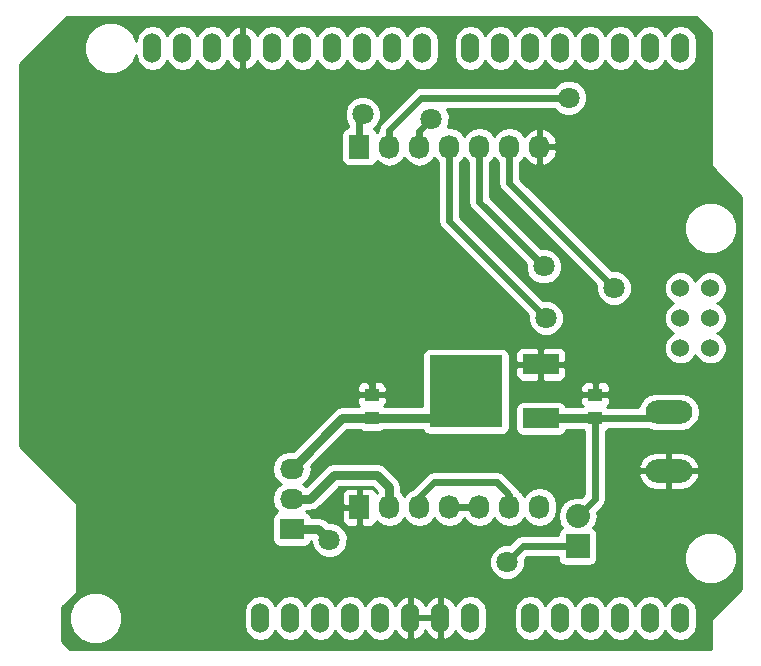
<source format=gbl>
G04 #@! TF.FileFunction,Copper,L2,Bot,Signal*
%FSLAX46Y46*%
G04 Gerber Fmt 4.6, Leading zero omitted, Abs format (unit mm)*
G04 Created by KiCad (PCBNEW 4.0.1-2.201512121406+6195~38~ubuntu15.10.1-stable) date lun 14 dic 2015 21:42:08 CLT*
%MOMM*%
G01*
G04 APERTURE LIST*
%ADD10C,0.150000*%
%ADD11O,3.962400X1.981200*%
%ADD12R,1.250000X1.000000*%
%ADD13O,1.524000X2.540000*%
%ADD14C,1.524000*%
%ADD15R,1.727200X2.032000*%
%ADD16O,1.727200X2.032000*%
%ADD17R,2.032000X1.727200*%
%ADD18O,2.032000X1.727200*%
%ADD19R,3.048000X1.651000*%
%ADD20R,6.096000X6.096000*%
%ADD21R,2.032000X2.032000*%
%ADD22O,2.032000X2.032000*%
%ADD23C,1.800000*%
%ADD24C,0.600000*%
%ADD25C,0.750000*%
%ADD26C,0.254000*%
G04 APERTURE END LIST*
D10*
D11*
X272800000Y-133000000D03*
X272800000Y-128000000D03*
D12*
X266585700Y-128546100D03*
X266585700Y-126546100D03*
X247662700Y-128546100D03*
X247662700Y-126546100D03*
D13*
X273799300Y-145440400D03*
X271259300Y-145440400D03*
X268719300Y-145440400D03*
X261099300Y-145440400D03*
X263639300Y-145440400D03*
X266179300Y-145440400D03*
X256019300Y-145440400D03*
X253479300Y-145440400D03*
X250939300Y-145440400D03*
X245859300Y-145440400D03*
X243319300Y-145440400D03*
X273799300Y-97180400D03*
X271259300Y-97180400D03*
X268719300Y-97180400D03*
X266179300Y-97180400D03*
X263639300Y-97180400D03*
X261099300Y-97180400D03*
X258559300Y-97180400D03*
X256019300Y-97180400D03*
X251955300Y-97180400D03*
X249415300Y-97180400D03*
X246875300Y-97180400D03*
X244335300Y-97180400D03*
X241795300Y-97180400D03*
X239255300Y-97180400D03*
X236715300Y-97180400D03*
X234175300Y-97180400D03*
X248399300Y-145440400D03*
X231635300Y-97180400D03*
X229095300Y-97180400D03*
X240779300Y-145440400D03*
X238239300Y-145440400D03*
D14*
X273799300Y-117500400D03*
X276339300Y-117500400D03*
X273799300Y-120040400D03*
X276339300Y-120040400D03*
X273799300Y-122580400D03*
X276339300Y-122580400D03*
D15*
X246618500Y-136055000D03*
D16*
X249158500Y-136055000D03*
X251698500Y-136055000D03*
X254238500Y-136055000D03*
X256778500Y-136055000D03*
X259318500Y-136055000D03*
X261858500Y-136055000D03*
D15*
X246618500Y-105555000D03*
D16*
X249158500Y-105555000D03*
X251698500Y-105555000D03*
X254238500Y-105555000D03*
X256778500Y-105555000D03*
X259318500Y-105555000D03*
X261858500Y-105555000D03*
D17*
X240906300Y-137900000D03*
D18*
X240906300Y-135360000D03*
X240906300Y-132820000D03*
D19*
X261988300Y-123977400D03*
D20*
X255638300Y-126263400D03*
D19*
X261988300Y-128549400D03*
D21*
X265099800Y-139369800D03*
D22*
X265099800Y-136829800D03*
D23*
X264350500Y-101396800D03*
X252717300Y-103200200D03*
X239496600Y-117462300D03*
X268185900Y-117500400D03*
X262420100Y-120040400D03*
X262242300Y-115671600D03*
X246900700Y-102793800D03*
X244081300Y-138836400D03*
X259118100Y-140703300D03*
D24*
X249158500Y-105555000D02*
X249158500Y-104117400D01*
X251879100Y-101396800D02*
X264350500Y-101396800D01*
X249158500Y-104117400D02*
X251879100Y-101396800D01*
X251698500Y-105555000D02*
X251698500Y-104219000D01*
X251698500Y-104219000D02*
X252717300Y-103200200D01*
X247662700Y-126546100D02*
X247662700Y-125628400D01*
X247662700Y-125628400D02*
X239496600Y-117462300D01*
X259318500Y-105555000D02*
X259318500Y-108633000D01*
X259318500Y-108633000D02*
X268185900Y-117500400D01*
X254238500Y-105555000D02*
X254238500Y-111858800D01*
X254238500Y-111858800D02*
X262420100Y-120040400D01*
X256778500Y-105555000D02*
X256778500Y-110207800D01*
X256778500Y-110207800D02*
X262242300Y-115671600D01*
D25*
X247662700Y-128546100D02*
X245180200Y-128546100D01*
X245180200Y-128546100D02*
X240906300Y-132820000D01*
X247662700Y-128546100D02*
X253355600Y-128546100D01*
X253355600Y-128546100D02*
X255638300Y-126263400D01*
X253166900Y-128546100D02*
X255335300Y-126377700D01*
X247653300Y-128536700D02*
X247662700Y-128546100D01*
X247570500Y-128536700D02*
X247573800Y-128540000D01*
X253173000Y-128540000D02*
X255335300Y-126377700D01*
D24*
X254238500Y-136055000D02*
X256778500Y-136055000D01*
X251698500Y-136055000D02*
X251698500Y-135219700D01*
X251698500Y-135219700D02*
X252971300Y-133946900D01*
X252971300Y-133946900D02*
X258241800Y-133946900D01*
X258241800Y-133946900D02*
X259318500Y-135023600D01*
X259318500Y-135023600D02*
X259318500Y-136055000D01*
D25*
X240906300Y-135360000D02*
X242477700Y-135360000D01*
X249158500Y-134388600D02*
X249158500Y-136055000D01*
X248145300Y-133375400D02*
X249158500Y-134388600D01*
X244462300Y-133375400D02*
X248145300Y-133375400D01*
X242477700Y-135360000D02*
X244462300Y-133375400D01*
D24*
X246618500Y-105555000D02*
X246618500Y-103076000D01*
X246618500Y-103076000D02*
X246900700Y-102793800D01*
D25*
X240906300Y-137900000D02*
X243144900Y-137900000D01*
X243144900Y-137900000D02*
X244081300Y-138836400D01*
D24*
X265099800Y-139369800D02*
X260451600Y-139369800D01*
X260451600Y-139369800D02*
X259118100Y-140703300D01*
X266585700Y-128546100D02*
X272253900Y-128546100D01*
X272253900Y-128546100D02*
X272800000Y-128000000D01*
X266585700Y-128546100D02*
X266585700Y-135343900D01*
X266585700Y-135343900D02*
X265099800Y-136829800D01*
X272173700Y-128546100D02*
X272719800Y-128000000D01*
D25*
X266585700Y-128546100D02*
X261991600Y-128546100D01*
X272719800Y-128540500D02*
X271954000Y-128540500D01*
X272714200Y-128546100D02*
X272719800Y-128540500D01*
X266568000Y-128557700D02*
X266585200Y-128540500D01*
X261991600Y-128546100D02*
X261988300Y-128549400D01*
X261981900Y-128546100D02*
X261970300Y-128557700D01*
D26*
G36*
X276402800Y-95836006D02*
X276402800Y-107213400D01*
X276412806Y-107262810D01*
X276439997Y-107303203D01*
X278942800Y-109806006D01*
X278942800Y-142974794D01*
X276439997Y-145477597D01*
X276412134Y-145519611D01*
X276402800Y-145567400D01*
X276402800Y-148043900D01*
X222162906Y-148043900D01*
X221475300Y-147356294D01*
X221475300Y-145880543D01*
X222046415Y-145880543D01*
X222384058Y-146697700D01*
X223008711Y-147323445D01*
X223825278Y-147662513D01*
X224709443Y-147663285D01*
X225526600Y-147325642D01*
X226152345Y-146700989D01*
X226491413Y-145884422D01*
X226492185Y-145000257D01*
X226448727Y-144895079D01*
X236842300Y-144895079D01*
X236842300Y-145985721D01*
X236948640Y-146520330D01*
X237251472Y-146973549D01*
X237704691Y-147276381D01*
X238239300Y-147382721D01*
X238773909Y-147276381D01*
X239227128Y-146973549D01*
X239509300Y-146551250D01*
X239791472Y-146973549D01*
X240244691Y-147276381D01*
X240779300Y-147382721D01*
X241313909Y-147276381D01*
X241767128Y-146973549D01*
X242049300Y-146551250D01*
X242331472Y-146973549D01*
X242784691Y-147276381D01*
X243319300Y-147382721D01*
X243853909Y-147276381D01*
X244307128Y-146973549D01*
X244589300Y-146551250D01*
X244871472Y-146973549D01*
X245324691Y-147276381D01*
X245859300Y-147382721D01*
X246393909Y-147276381D01*
X246847128Y-146973549D01*
X247129300Y-146551250D01*
X247411472Y-146973549D01*
X247864691Y-147276381D01*
X248399300Y-147382721D01*
X248933909Y-147276381D01*
X249387128Y-146973549D01*
X249678630Y-146537287D01*
X249697241Y-146600341D01*
X250041274Y-147026030D01*
X250522023Y-147287660D01*
X250596230Y-147302620D01*
X250812300Y-147180120D01*
X250812300Y-145567400D01*
X251066300Y-145567400D01*
X251066300Y-147180120D01*
X251282370Y-147302620D01*
X251356577Y-147287660D01*
X251837326Y-147026030D01*
X252181359Y-146600341D01*
X252209300Y-146505677D01*
X252237241Y-146600341D01*
X252581274Y-147026030D01*
X253062023Y-147287660D01*
X253136230Y-147302620D01*
X253352300Y-147180120D01*
X253352300Y-145567400D01*
X251066300Y-145567400D01*
X250812300Y-145567400D01*
X250792300Y-145567400D01*
X250792300Y-145313400D01*
X250812300Y-145313400D01*
X250812300Y-143700680D01*
X251066300Y-143700680D01*
X251066300Y-145313400D01*
X253352300Y-145313400D01*
X253352300Y-143700680D01*
X253606300Y-143700680D01*
X253606300Y-145313400D01*
X253626300Y-145313400D01*
X253626300Y-145567400D01*
X253606300Y-145567400D01*
X253606300Y-147180120D01*
X253822370Y-147302620D01*
X253896577Y-147287660D01*
X254377326Y-147026030D01*
X254721359Y-146600341D01*
X254739970Y-146537287D01*
X255031472Y-146973549D01*
X255484691Y-147276381D01*
X256019300Y-147382721D01*
X256553909Y-147276381D01*
X257007128Y-146973549D01*
X257309960Y-146520330D01*
X257416300Y-145985721D01*
X257416300Y-144895079D01*
X259702300Y-144895079D01*
X259702300Y-145985721D01*
X259808640Y-146520330D01*
X260111472Y-146973549D01*
X260564691Y-147276381D01*
X261099300Y-147382721D01*
X261633909Y-147276381D01*
X262087128Y-146973549D01*
X262369300Y-146551250D01*
X262651472Y-146973549D01*
X263104691Y-147276381D01*
X263639300Y-147382721D01*
X264173909Y-147276381D01*
X264627128Y-146973549D01*
X264909300Y-146551250D01*
X265191472Y-146973549D01*
X265644691Y-147276381D01*
X266179300Y-147382721D01*
X266713909Y-147276381D01*
X267167128Y-146973549D01*
X267449300Y-146551250D01*
X267731472Y-146973549D01*
X268184691Y-147276381D01*
X268719300Y-147382721D01*
X269253909Y-147276381D01*
X269707128Y-146973549D01*
X269989300Y-146551250D01*
X270271472Y-146973549D01*
X270724691Y-147276381D01*
X271259300Y-147382721D01*
X271793909Y-147276381D01*
X272247128Y-146973549D01*
X272529300Y-146551250D01*
X272811472Y-146973549D01*
X273264691Y-147276381D01*
X273799300Y-147382721D01*
X274333909Y-147276381D01*
X274787128Y-146973549D01*
X275089960Y-146520330D01*
X275196300Y-145985721D01*
X275196300Y-144895079D01*
X275089960Y-144360470D01*
X274787128Y-143907251D01*
X274333909Y-143604419D01*
X273799300Y-143498079D01*
X273264691Y-143604419D01*
X272811472Y-143907251D01*
X272529300Y-144329550D01*
X272247128Y-143907251D01*
X271793909Y-143604419D01*
X271259300Y-143498079D01*
X270724691Y-143604419D01*
X270271472Y-143907251D01*
X269989300Y-144329550D01*
X269707128Y-143907251D01*
X269253909Y-143604419D01*
X268719300Y-143498079D01*
X268184691Y-143604419D01*
X267731472Y-143907251D01*
X267449300Y-144329550D01*
X267167128Y-143907251D01*
X266713909Y-143604419D01*
X266179300Y-143498079D01*
X265644691Y-143604419D01*
X265191472Y-143907251D01*
X264909300Y-144329550D01*
X264627128Y-143907251D01*
X264173909Y-143604419D01*
X263639300Y-143498079D01*
X263104691Y-143604419D01*
X262651472Y-143907251D01*
X262369300Y-144329550D01*
X262087128Y-143907251D01*
X261633909Y-143604419D01*
X261099300Y-143498079D01*
X260564691Y-143604419D01*
X260111472Y-143907251D01*
X259808640Y-144360470D01*
X259702300Y-144895079D01*
X257416300Y-144895079D01*
X257309960Y-144360470D01*
X257007128Y-143907251D01*
X256553909Y-143604419D01*
X256019300Y-143498079D01*
X255484691Y-143604419D01*
X255031472Y-143907251D01*
X254739970Y-144343513D01*
X254721359Y-144280459D01*
X254377326Y-143854770D01*
X253896577Y-143593140D01*
X253822370Y-143578180D01*
X253606300Y-143700680D01*
X253352300Y-143700680D01*
X253136230Y-143578180D01*
X253062023Y-143593140D01*
X252581274Y-143854770D01*
X252237241Y-144280459D01*
X252209300Y-144375123D01*
X252181359Y-144280459D01*
X251837326Y-143854770D01*
X251356577Y-143593140D01*
X251282370Y-143578180D01*
X251066300Y-143700680D01*
X250812300Y-143700680D01*
X250596230Y-143578180D01*
X250522023Y-143593140D01*
X250041274Y-143854770D01*
X249697241Y-144280459D01*
X249678630Y-144343513D01*
X249387128Y-143907251D01*
X248933909Y-143604419D01*
X248399300Y-143498079D01*
X247864691Y-143604419D01*
X247411472Y-143907251D01*
X247129300Y-144329550D01*
X246847128Y-143907251D01*
X246393909Y-143604419D01*
X245859300Y-143498079D01*
X245324691Y-143604419D01*
X244871472Y-143907251D01*
X244589300Y-144329550D01*
X244307128Y-143907251D01*
X243853909Y-143604419D01*
X243319300Y-143498079D01*
X242784691Y-143604419D01*
X242331472Y-143907251D01*
X242049300Y-144329550D01*
X241767128Y-143907251D01*
X241313909Y-143604419D01*
X240779300Y-143498079D01*
X240244691Y-143604419D01*
X239791472Y-143907251D01*
X239509300Y-144329550D01*
X239227128Y-143907251D01*
X238773909Y-143604419D01*
X238239300Y-143498079D01*
X237704691Y-143604419D01*
X237251472Y-143907251D01*
X236948640Y-144360470D01*
X236842300Y-144895079D01*
X226448727Y-144895079D01*
X226154542Y-144183100D01*
X225529889Y-143557355D01*
X224713322Y-143218287D01*
X223829157Y-143217515D01*
X223012000Y-143555158D01*
X222386255Y-144179811D01*
X222047187Y-144996378D01*
X222046415Y-145880543D01*
X221475300Y-145880543D01*
X221475300Y-144540506D01*
X222708103Y-143307703D01*
X222735966Y-143265689D01*
X222745300Y-143217900D01*
X222745300Y-141007291D01*
X257582835Y-141007291D01*
X257816032Y-141571671D01*
X258247457Y-142003851D01*
X258811430Y-142238033D01*
X259422091Y-142238565D01*
X259986471Y-142005368D01*
X260418651Y-141573943D01*
X260652833Y-141009970D01*
X260653286Y-140490404D01*
X260838890Y-140304800D01*
X263436360Y-140304800D01*
X263436360Y-140385800D01*
X263480638Y-140621117D01*
X263619710Y-140837241D01*
X263831910Y-140982231D01*
X264083800Y-141033240D01*
X266115800Y-141033240D01*
X266351117Y-140988962D01*
X266567241Y-140849890D01*
X266600958Y-140800543D01*
X274116415Y-140800543D01*
X274454058Y-141617700D01*
X275078711Y-142243445D01*
X275895278Y-142582513D01*
X276779443Y-142583285D01*
X277596600Y-142245642D01*
X278222345Y-141620989D01*
X278561413Y-140804422D01*
X278562185Y-139920257D01*
X278224542Y-139103100D01*
X277599889Y-138477355D01*
X276783322Y-138138287D01*
X275899157Y-138137515D01*
X275082000Y-138475158D01*
X274456255Y-139099811D01*
X274117187Y-139916378D01*
X274116415Y-140800543D01*
X266600958Y-140800543D01*
X266712231Y-140637690D01*
X266763240Y-140385800D01*
X266763240Y-138353800D01*
X266718962Y-138118483D01*
X266579890Y-137902359D01*
X266430963Y-137800602D01*
X266657470Y-137461610D01*
X266783145Y-136829800D01*
X266723242Y-136528648D01*
X267246845Y-136005045D01*
X267449527Y-135701709D01*
X267520700Y-135343900D01*
X267520700Y-133378959D01*
X270228589Y-133378959D01*
X270258940Y-133504757D01*
X270570124Y-134059670D01*
X271069977Y-134453258D01*
X271682400Y-134625600D01*
X272673000Y-134625600D01*
X272673000Y-133127000D01*
X272927000Y-133127000D01*
X272927000Y-134625600D01*
X273917600Y-134625600D01*
X274530023Y-134453258D01*
X275029876Y-134059670D01*
X275341060Y-133504757D01*
X275371411Y-133378959D01*
X275251942Y-133127000D01*
X272927000Y-133127000D01*
X272673000Y-133127000D01*
X270348058Y-133127000D01*
X270228589Y-133378959D01*
X267520700Y-133378959D01*
X267520700Y-132621041D01*
X270228589Y-132621041D01*
X270348058Y-132873000D01*
X272673000Y-132873000D01*
X272673000Y-131374400D01*
X272927000Y-131374400D01*
X272927000Y-132873000D01*
X275251942Y-132873000D01*
X275371411Y-132621041D01*
X275341060Y-132495243D01*
X275029876Y-131940330D01*
X274530023Y-131546742D01*
X273917600Y-131374400D01*
X272927000Y-131374400D01*
X272673000Y-131374400D01*
X271682400Y-131374400D01*
X271069977Y-131546742D01*
X270570124Y-131940330D01*
X270258940Y-132495243D01*
X270228589Y-132621041D01*
X267520700Y-132621041D01*
X267520700Y-129601205D01*
X267662141Y-129510190D01*
X267682017Y-129481100D01*
X271104988Y-129481100D01*
X271136056Y-129501859D01*
X271758146Y-129625600D01*
X273841854Y-129625600D01*
X274463944Y-129501859D01*
X274991327Y-129149473D01*
X275343713Y-128622090D01*
X275467454Y-128000000D01*
X275343713Y-127377910D01*
X274991327Y-126850527D01*
X274463944Y-126498141D01*
X273841854Y-126374400D01*
X271758146Y-126374400D01*
X271136056Y-126498141D01*
X270608673Y-126850527D01*
X270256287Y-127377910D01*
X270209903Y-127611100D01*
X267685369Y-127611100D01*
X267674790Y-127594659D01*
X267606694Y-127548131D01*
X267749027Y-127405798D01*
X267845700Y-127172409D01*
X267845700Y-126831850D01*
X267686950Y-126673100D01*
X266712700Y-126673100D01*
X266712700Y-126693100D01*
X266458700Y-126693100D01*
X266458700Y-126673100D01*
X265484450Y-126673100D01*
X265325700Y-126831850D01*
X265325700Y-127172409D01*
X265422373Y-127405798D01*
X265552674Y-127536100D01*
X264124403Y-127536100D01*
X264115462Y-127488583D01*
X263976390Y-127272459D01*
X263764190Y-127127469D01*
X263512300Y-127076460D01*
X260464300Y-127076460D01*
X260228983Y-127120738D01*
X260012859Y-127259810D01*
X259867869Y-127472010D01*
X259816860Y-127723900D01*
X259816860Y-129374900D01*
X259861138Y-129610217D01*
X260000210Y-129826341D01*
X260212410Y-129971331D01*
X260464300Y-130022340D01*
X263512300Y-130022340D01*
X263747617Y-129978062D01*
X263963741Y-129838990D01*
X264108731Y-129626790D01*
X264123046Y-129556100D01*
X265582314Y-129556100D01*
X265650700Y-129602826D01*
X265650700Y-134956610D01*
X265379340Y-135227970D01*
X265132145Y-135178800D01*
X265067455Y-135178800D01*
X264435645Y-135304475D01*
X263900022Y-135662367D01*
X263542130Y-136197990D01*
X263416455Y-136829800D01*
X263542130Y-137461610D01*
X263769299Y-137801592D01*
X263632359Y-137889710D01*
X263487369Y-138101910D01*
X263436360Y-138353800D01*
X263436360Y-138434800D01*
X260451600Y-138434800D01*
X260093791Y-138505973D01*
X259790455Y-138708655D01*
X259330625Y-139168485D01*
X258814109Y-139168035D01*
X258249729Y-139401232D01*
X257817549Y-139832657D01*
X257583367Y-140396630D01*
X257582835Y-141007291D01*
X222745300Y-141007291D01*
X222745300Y-135788400D01*
X222735294Y-135738990D01*
X222708103Y-135698597D01*
X219829506Y-132820000D01*
X239222955Y-132820000D01*
X239337029Y-133393489D01*
X239661885Y-133879670D01*
X239976666Y-134090000D01*
X239661885Y-134300330D01*
X239337029Y-134786511D01*
X239222955Y-135360000D01*
X239337029Y-135933489D01*
X239661885Y-136419670D01*
X239676213Y-136429243D01*
X239654983Y-136433238D01*
X239438859Y-136572310D01*
X239293869Y-136784510D01*
X239242860Y-137036400D01*
X239242860Y-138763600D01*
X239287138Y-138998917D01*
X239426210Y-139215041D01*
X239638410Y-139360031D01*
X239890300Y-139411040D01*
X241922300Y-139411040D01*
X242157617Y-139366762D01*
X242373741Y-139227690D01*
X242518731Y-139015490D01*
X242540093Y-138910000D01*
X242546236Y-138910000D01*
X242546035Y-139140391D01*
X242779232Y-139704771D01*
X243210657Y-140136951D01*
X243774630Y-140371133D01*
X244385291Y-140371665D01*
X244949671Y-140138468D01*
X245381851Y-139707043D01*
X245616033Y-139143070D01*
X245616565Y-138532409D01*
X245383368Y-137968029D01*
X244951943Y-137535849D01*
X244387970Y-137301667D01*
X243974563Y-137301307D01*
X243859078Y-137185822D01*
X243531410Y-136966882D01*
X243144900Y-136890000D01*
X242542193Y-136890000D01*
X242525462Y-136801083D01*
X242386390Y-136584959D01*
X242174190Y-136439969D01*
X242132861Y-136431600D01*
X242150715Y-136419670D01*
X242183903Y-136370000D01*
X242477700Y-136370000D01*
X242624748Y-136340750D01*
X245119900Y-136340750D01*
X245119900Y-137197309D01*
X245216573Y-137430698D01*
X245395201Y-137609327D01*
X245628590Y-137706000D01*
X246332750Y-137706000D01*
X246491500Y-137547250D01*
X246491500Y-136182000D01*
X245278650Y-136182000D01*
X245119900Y-136340750D01*
X242624748Y-136340750D01*
X242864210Y-136293118D01*
X243191878Y-136074178D01*
X244353365Y-134912691D01*
X245119900Y-134912691D01*
X245119900Y-135769250D01*
X245278650Y-135928000D01*
X246491500Y-135928000D01*
X246491500Y-134562750D01*
X246332750Y-134404000D01*
X245628590Y-134404000D01*
X245395201Y-134500673D01*
X245216573Y-134679302D01*
X245119900Y-134912691D01*
X244353365Y-134912691D01*
X244880656Y-134385400D01*
X247726944Y-134385400D01*
X248130780Y-134789236D01*
X248098830Y-134810585D01*
X248084000Y-134832780D01*
X248020427Y-134679302D01*
X247841799Y-134500673D01*
X247608410Y-134404000D01*
X246904250Y-134404000D01*
X246745500Y-134562750D01*
X246745500Y-135928000D01*
X246765500Y-135928000D01*
X246765500Y-136182000D01*
X246745500Y-136182000D01*
X246745500Y-137547250D01*
X246904250Y-137706000D01*
X247608410Y-137706000D01*
X247841799Y-137609327D01*
X248020427Y-137430698D01*
X248084000Y-137277220D01*
X248098830Y-137299415D01*
X248585011Y-137624271D01*
X249158500Y-137738345D01*
X249731989Y-137624271D01*
X250218170Y-137299415D01*
X250428500Y-136984634D01*
X250638830Y-137299415D01*
X251125011Y-137624271D01*
X251698500Y-137738345D01*
X252271989Y-137624271D01*
X252758170Y-137299415D01*
X252968500Y-136984634D01*
X253178830Y-137299415D01*
X253665011Y-137624271D01*
X254238500Y-137738345D01*
X254811989Y-137624271D01*
X255298170Y-137299415D01*
X255504915Y-136990000D01*
X255512085Y-136990000D01*
X255718830Y-137299415D01*
X256205011Y-137624271D01*
X256778500Y-137738345D01*
X257351989Y-137624271D01*
X257838170Y-137299415D01*
X258048500Y-136984634D01*
X258258830Y-137299415D01*
X258745011Y-137624271D01*
X259318500Y-137738345D01*
X259891989Y-137624271D01*
X260378170Y-137299415D01*
X260588500Y-136984634D01*
X260798830Y-137299415D01*
X261285011Y-137624271D01*
X261858500Y-137738345D01*
X262431989Y-137624271D01*
X262918170Y-137299415D01*
X263243026Y-136813234D01*
X263357100Y-136239745D01*
X263357100Y-135870255D01*
X263243026Y-135296766D01*
X262918170Y-134810585D01*
X262431989Y-134485729D01*
X261858500Y-134371655D01*
X261285011Y-134485729D01*
X260798830Y-134810585D01*
X260588500Y-135125366D01*
X260378170Y-134810585D01*
X260185524Y-134681863D01*
X260182327Y-134665791D01*
X259979645Y-134362455D01*
X258902945Y-133285755D01*
X258599609Y-133083073D01*
X258241800Y-133011900D01*
X252971300Y-133011900D01*
X252613491Y-133083073D01*
X252310155Y-133285755D01*
X251080318Y-134515592D01*
X250638830Y-134810585D01*
X250428500Y-135125366D01*
X250218170Y-134810585D01*
X250168500Y-134777397D01*
X250168500Y-134388600D01*
X250091618Y-134002090D01*
X249872678Y-133674422D01*
X248859478Y-132661222D01*
X248531810Y-132442282D01*
X248145300Y-132365400D01*
X244462300Y-132365400D01*
X244075790Y-132442282D01*
X243748122Y-132661222D01*
X242125717Y-134283627D01*
X241835934Y-134090000D01*
X242150715Y-133879670D01*
X242475571Y-133393489D01*
X242589645Y-132820000D01*
X242547340Y-132607316D01*
X245598556Y-129556100D01*
X246659314Y-129556100D01*
X246785810Y-129642531D01*
X247037700Y-129693540D01*
X248287700Y-129693540D01*
X248523017Y-129649262D01*
X248667795Y-129556100D01*
X251993176Y-129556100D01*
X252126210Y-129762841D01*
X252338410Y-129907831D01*
X252590300Y-129958840D01*
X258686300Y-129958840D01*
X258921617Y-129914562D01*
X259137741Y-129775490D01*
X259282731Y-129563290D01*
X259333740Y-129311400D01*
X259333740Y-125919791D01*
X265325700Y-125919791D01*
X265325700Y-126260350D01*
X265484450Y-126419100D01*
X266458700Y-126419100D01*
X266458700Y-125569850D01*
X266712700Y-125569850D01*
X266712700Y-126419100D01*
X267686950Y-126419100D01*
X267845700Y-126260350D01*
X267845700Y-125919791D01*
X267749027Y-125686402D01*
X267570399Y-125507773D01*
X267337010Y-125411100D01*
X266871450Y-125411100D01*
X266712700Y-125569850D01*
X266458700Y-125569850D01*
X266299950Y-125411100D01*
X265834390Y-125411100D01*
X265601001Y-125507773D01*
X265422373Y-125686402D01*
X265325700Y-125919791D01*
X259333740Y-125919791D01*
X259333740Y-124263150D01*
X259829300Y-124263150D01*
X259829300Y-124929209D01*
X259925973Y-125162598D01*
X260104601Y-125341227D01*
X260337990Y-125437900D01*
X261702550Y-125437900D01*
X261861300Y-125279150D01*
X261861300Y-124104400D01*
X262115300Y-124104400D01*
X262115300Y-125279150D01*
X262274050Y-125437900D01*
X263638610Y-125437900D01*
X263871999Y-125341227D01*
X264050627Y-125162598D01*
X264147300Y-124929209D01*
X264147300Y-124263150D01*
X263988550Y-124104400D01*
X262115300Y-124104400D01*
X261861300Y-124104400D01*
X259988050Y-124104400D01*
X259829300Y-124263150D01*
X259333740Y-124263150D01*
X259333740Y-123215400D01*
X259298025Y-123025591D01*
X259829300Y-123025591D01*
X259829300Y-123691650D01*
X259988050Y-123850400D01*
X261861300Y-123850400D01*
X261861300Y-122675650D01*
X262115300Y-122675650D01*
X262115300Y-123850400D01*
X263988550Y-123850400D01*
X264147300Y-123691650D01*
X264147300Y-123025591D01*
X264050627Y-122792202D01*
X263871999Y-122613573D01*
X263638610Y-122516900D01*
X262274050Y-122516900D01*
X262115300Y-122675650D01*
X261861300Y-122675650D01*
X261702550Y-122516900D01*
X260337990Y-122516900D01*
X260104601Y-122613573D01*
X259925973Y-122792202D01*
X259829300Y-123025591D01*
X259298025Y-123025591D01*
X259289462Y-122980083D01*
X259150390Y-122763959D01*
X258938190Y-122618969D01*
X258686300Y-122567960D01*
X252590300Y-122567960D01*
X252354983Y-122612238D01*
X252138859Y-122751310D01*
X251993869Y-122963510D01*
X251942860Y-123215400D01*
X251942860Y-127536100D01*
X248695726Y-127536100D01*
X248826027Y-127405798D01*
X248922700Y-127172409D01*
X248922700Y-126831850D01*
X248763950Y-126673100D01*
X247789700Y-126673100D01*
X247789700Y-126693100D01*
X247535700Y-126693100D01*
X247535700Y-126673100D01*
X246561450Y-126673100D01*
X246402700Y-126831850D01*
X246402700Y-127172409D01*
X246499373Y-127405798D01*
X246629674Y-127536100D01*
X245180200Y-127536100D01*
X244793690Y-127612982D01*
X244466022Y-127831922D01*
X240976544Y-131321400D01*
X240721555Y-131321400D01*
X240148066Y-131435474D01*
X239661885Y-131760330D01*
X239337029Y-132246511D01*
X239222955Y-132820000D01*
X219829506Y-132820000D01*
X217855800Y-130846294D01*
X217855800Y-125919791D01*
X246402700Y-125919791D01*
X246402700Y-126260350D01*
X246561450Y-126419100D01*
X247535700Y-126419100D01*
X247535700Y-125569850D01*
X247789700Y-125569850D01*
X247789700Y-126419100D01*
X248763950Y-126419100D01*
X248922700Y-126260350D01*
X248922700Y-125919791D01*
X248826027Y-125686402D01*
X248647399Y-125507773D01*
X248414010Y-125411100D01*
X247948450Y-125411100D01*
X247789700Y-125569850D01*
X247535700Y-125569850D01*
X247376950Y-125411100D01*
X246911390Y-125411100D01*
X246678001Y-125507773D01*
X246499373Y-125686402D01*
X246402700Y-125919791D01*
X217855800Y-125919791D01*
X217855800Y-104539000D01*
X245107460Y-104539000D01*
X245107460Y-106571000D01*
X245151738Y-106806317D01*
X245290810Y-107022441D01*
X245503010Y-107167431D01*
X245754900Y-107218440D01*
X247482100Y-107218440D01*
X247717417Y-107174162D01*
X247933541Y-107035090D01*
X248078531Y-106822890D01*
X248086900Y-106781561D01*
X248098830Y-106799415D01*
X248585011Y-107124271D01*
X249158500Y-107238345D01*
X249731989Y-107124271D01*
X250218170Y-106799415D01*
X250428500Y-106484634D01*
X250638830Y-106799415D01*
X251125011Y-107124271D01*
X251698500Y-107238345D01*
X252271989Y-107124271D01*
X252758170Y-106799415D01*
X252968500Y-106484634D01*
X253178830Y-106799415D01*
X253303500Y-106882717D01*
X253303500Y-111858800D01*
X253374673Y-112216609D01*
X253577355Y-112519945D01*
X260885285Y-119827875D01*
X260884835Y-120344391D01*
X261118032Y-120908771D01*
X261549457Y-121340951D01*
X262113430Y-121575133D01*
X262724091Y-121575665D01*
X263288471Y-121342468D01*
X263720651Y-120911043D01*
X263954833Y-120347070D01*
X263955365Y-119736409D01*
X263722168Y-119172029D01*
X263290743Y-118739849D01*
X262726770Y-118505667D01*
X262207204Y-118505214D01*
X255173500Y-111471510D01*
X255173500Y-106882717D01*
X255298170Y-106799415D01*
X255508500Y-106484634D01*
X255718830Y-106799415D01*
X255843500Y-106882717D01*
X255843500Y-110207800D01*
X255914673Y-110565609D01*
X256117355Y-110868945D01*
X260707485Y-115459075D01*
X260707035Y-115975591D01*
X260940232Y-116539971D01*
X261371657Y-116972151D01*
X261935630Y-117206333D01*
X262546291Y-117206865D01*
X263110671Y-116973668D01*
X263542851Y-116542243D01*
X263777033Y-115978270D01*
X263777565Y-115367609D01*
X263544368Y-114803229D01*
X263112943Y-114371049D01*
X262548970Y-114136867D01*
X262029404Y-114136414D01*
X257713500Y-109820510D01*
X257713500Y-106882717D01*
X257838170Y-106799415D01*
X258048500Y-106484634D01*
X258258830Y-106799415D01*
X258383500Y-106882717D01*
X258383500Y-108633000D01*
X258454673Y-108990809D01*
X258657355Y-109294145D01*
X266651085Y-117287875D01*
X266650635Y-117804391D01*
X266883832Y-118368771D01*
X267315257Y-118800951D01*
X267879230Y-119035133D01*
X268489891Y-119035665D01*
X269054271Y-118802468D01*
X269486451Y-118371043D01*
X269720633Y-117807070D01*
X269720659Y-117777061D01*
X272402058Y-117777061D01*
X272614290Y-118290703D01*
X273006930Y-118684029D01*
X273214812Y-118770349D01*
X273008997Y-118855390D01*
X272615671Y-119248030D01*
X272402543Y-119761300D01*
X272402058Y-120317061D01*
X272614290Y-120830703D01*
X273006930Y-121224029D01*
X273214812Y-121310349D01*
X273008997Y-121395390D01*
X272615671Y-121788030D01*
X272402543Y-122301300D01*
X272402058Y-122857061D01*
X272614290Y-123370703D01*
X273006930Y-123764029D01*
X273520200Y-123977157D01*
X274075961Y-123977642D01*
X274589603Y-123765410D01*
X274982929Y-123372770D01*
X275069249Y-123164888D01*
X275154290Y-123370703D01*
X275546930Y-123764029D01*
X276060200Y-123977157D01*
X276615961Y-123977642D01*
X277129603Y-123765410D01*
X277522929Y-123372770D01*
X277736057Y-122859500D01*
X277736542Y-122303739D01*
X277524310Y-121790097D01*
X277131670Y-121396771D01*
X276923788Y-121310451D01*
X277129603Y-121225410D01*
X277522929Y-120832770D01*
X277736057Y-120319500D01*
X277736542Y-119763739D01*
X277524310Y-119250097D01*
X277131670Y-118856771D01*
X276923788Y-118770451D01*
X277129603Y-118685410D01*
X277522929Y-118292770D01*
X277736057Y-117779500D01*
X277736542Y-117223739D01*
X277524310Y-116710097D01*
X277131670Y-116316771D01*
X276618400Y-116103643D01*
X276062639Y-116103158D01*
X275548997Y-116315390D01*
X275155671Y-116708030D01*
X275069351Y-116915912D01*
X274984310Y-116710097D01*
X274591670Y-116316771D01*
X274078400Y-116103643D01*
X273522639Y-116103158D01*
X273008997Y-116315390D01*
X272615671Y-116708030D01*
X272402543Y-117221300D01*
X272402058Y-117777061D01*
X269720659Y-117777061D01*
X269721165Y-117196409D01*
X269487968Y-116632029D01*
X269056543Y-116199849D01*
X268492570Y-115965667D01*
X267973004Y-115965214D01*
X264868333Y-112860543D01*
X274116415Y-112860543D01*
X274454058Y-113677700D01*
X275078711Y-114303445D01*
X275895278Y-114642513D01*
X276779443Y-114643285D01*
X277596600Y-114305642D01*
X278222345Y-113680989D01*
X278561413Y-112864422D01*
X278562185Y-111980257D01*
X278224542Y-111163100D01*
X277599889Y-110537355D01*
X276783322Y-110198287D01*
X275899157Y-110197515D01*
X275082000Y-110535158D01*
X274456255Y-111159811D01*
X274117187Y-111976378D01*
X274116415Y-112860543D01*
X264868333Y-112860543D01*
X260253500Y-108245710D01*
X260253500Y-106882717D01*
X260378170Y-106799415D01*
X260584961Y-106489931D01*
X260956464Y-106905732D01*
X261483709Y-107159709D01*
X261499474Y-107162358D01*
X261731500Y-107041217D01*
X261731500Y-105682000D01*
X261985500Y-105682000D01*
X261985500Y-107041217D01*
X262217526Y-107162358D01*
X262233291Y-107159709D01*
X262760536Y-106905732D01*
X263150454Y-106469320D01*
X263343684Y-105916913D01*
X263199424Y-105682000D01*
X261985500Y-105682000D01*
X261731500Y-105682000D01*
X261711500Y-105682000D01*
X261711500Y-105428000D01*
X261731500Y-105428000D01*
X261731500Y-104068783D01*
X261985500Y-104068783D01*
X261985500Y-105428000D01*
X263199424Y-105428000D01*
X263343684Y-105193087D01*
X263150454Y-104640680D01*
X262760536Y-104204268D01*
X262233291Y-103950291D01*
X262217526Y-103947642D01*
X261985500Y-104068783D01*
X261731500Y-104068783D01*
X261499474Y-103947642D01*
X261483709Y-103950291D01*
X260956464Y-104204268D01*
X260584961Y-104620069D01*
X260378170Y-104310585D01*
X259891989Y-103985729D01*
X259318500Y-103871655D01*
X258745011Y-103985729D01*
X258258830Y-104310585D01*
X258048500Y-104625366D01*
X257838170Y-104310585D01*
X257351989Y-103985729D01*
X256778500Y-103871655D01*
X256205011Y-103985729D01*
X255718830Y-104310585D01*
X255508500Y-104625366D01*
X255298170Y-104310585D01*
X254811989Y-103985729D01*
X254238500Y-103871655D01*
X254088142Y-103901563D01*
X254252033Y-103506870D01*
X254252565Y-102896209D01*
X254019368Y-102331829D01*
X254019339Y-102331800D01*
X263114945Y-102331800D01*
X263479857Y-102697351D01*
X264043830Y-102931533D01*
X264654491Y-102932065D01*
X265218871Y-102698868D01*
X265651051Y-102267443D01*
X265885233Y-101703470D01*
X265885765Y-101092809D01*
X265652568Y-100528429D01*
X265221143Y-100096249D01*
X264657170Y-99862067D01*
X264046509Y-99861535D01*
X263482129Y-100094732D01*
X263114419Y-100461800D01*
X251879100Y-100461800D01*
X251521291Y-100532973D01*
X251217955Y-100735655D01*
X248497355Y-103456255D01*
X248294673Y-103759591D01*
X248223500Y-104117400D01*
X248223500Y-104227283D01*
X248098830Y-104310585D01*
X248089257Y-104324913D01*
X248085262Y-104303683D01*
X247946190Y-104087559D01*
X247845983Y-104019090D01*
X248201251Y-103664443D01*
X248435433Y-103100470D01*
X248435965Y-102489809D01*
X248202768Y-101925429D01*
X247771343Y-101493249D01*
X247207370Y-101259067D01*
X246596709Y-101258535D01*
X246032329Y-101491732D01*
X245600149Y-101923157D01*
X245365967Y-102487130D01*
X245365435Y-103097791D01*
X245598632Y-103662171D01*
X245683500Y-103747188D01*
X245683500Y-103904995D01*
X245519583Y-103935838D01*
X245303459Y-104074910D01*
X245158469Y-104287110D01*
X245107460Y-104539000D01*
X217855800Y-104539000D01*
X217855800Y-98566506D01*
X218801763Y-97620543D01*
X223316415Y-97620543D01*
X223654058Y-98437700D01*
X224278711Y-99063445D01*
X225095278Y-99402513D01*
X225979443Y-99403285D01*
X226796600Y-99065642D01*
X227422345Y-98440989D01*
X227705118Y-97759996D01*
X227804640Y-98260330D01*
X228107472Y-98713549D01*
X228560691Y-99016381D01*
X229095300Y-99122721D01*
X229629909Y-99016381D01*
X230083128Y-98713549D01*
X230365300Y-98291250D01*
X230647472Y-98713549D01*
X231100691Y-99016381D01*
X231635300Y-99122721D01*
X232169909Y-99016381D01*
X232623128Y-98713549D01*
X232905300Y-98291250D01*
X233187472Y-98713549D01*
X233640691Y-99016381D01*
X234175300Y-99122721D01*
X234709909Y-99016381D01*
X235163128Y-98713549D01*
X235454630Y-98277287D01*
X235473241Y-98340341D01*
X235817274Y-98766030D01*
X236298023Y-99027660D01*
X236372230Y-99042620D01*
X236588300Y-98920120D01*
X236588300Y-97307400D01*
X236568300Y-97307400D01*
X236568300Y-97053400D01*
X236588300Y-97053400D01*
X236588300Y-95440680D01*
X236842300Y-95440680D01*
X236842300Y-97053400D01*
X236862300Y-97053400D01*
X236862300Y-97307400D01*
X236842300Y-97307400D01*
X236842300Y-98920120D01*
X237058370Y-99042620D01*
X237132577Y-99027660D01*
X237613326Y-98766030D01*
X237957359Y-98340341D01*
X237975970Y-98277287D01*
X238267472Y-98713549D01*
X238720691Y-99016381D01*
X239255300Y-99122721D01*
X239789909Y-99016381D01*
X240243128Y-98713549D01*
X240525300Y-98291250D01*
X240807472Y-98713549D01*
X241260691Y-99016381D01*
X241795300Y-99122721D01*
X242329909Y-99016381D01*
X242783128Y-98713549D01*
X243065300Y-98291250D01*
X243347472Y-98713549D01*
X243800691Y-99016381D01*
X244335300Y-99122721D01*
X244869909Y-99016381D01*
X245323128Y-98713549D01*
X245605300Y-98291250D01*
X245887472Y-98713549D01*
X246340691Y-99016381D01*
X246875300Y-99122721D01*
X247409909Y-99016381D01*
X247863128Y-98713549D01*
X248145300Y-98291250D01*
X248427472Y-98713549D01*
X248880691Y-99016381D01*
X249415300Y-99122721D01*
X249949909Y-99016381D01*
X250403128Y-98713549D01*
X250685300Y-98291250D01*
X250967472Y-98713549D01*
X251420691Y-99016381D01*
X251955300Y-99122721D01*
X252489909Y-99016381D01*
X252943128Y-98713549D01*
X253245960Y-98260330D01*
X253352300Y-97725721D01*
X253352300Y-96635079D01*
X254622300Y-96635079D01*
X254622300Y-97725721D01*
X254728640Y-98260330D01*
X255031472Y-98713549D01*
X255484691Y-99016381D01*
X256019300Y-99122721D01*
X256553909Y-99016381D01*
X257007128Y-98713549D01*
X257289300Y-98291250D01*
X257571472Y-98713549D01*
X258024691Y-99016381D01*
X258559300Y-99122721D01*
X259093909Y-99016381D01*
X259547128Y-98713549D01*
X259829300Y-98291250D01*
X260111472Y-98713549D01*
X260564691Y-99016381D01*
X261099300Y-99122721D01*
X261633909Y-99016381D01*
X262087128Y-98713549D01*
X262369300Y-98291250D01*
X262651472Y-98713549D01*
X263104691Y-99016381D01*
X263639300Y-99122721D01*
X264173909Y-99016381D01*
X264627128Y-98713549D01*
X264909300Y-98291250D01*
X265191472Y-98713549D01*
X265644691Y-99016381D01*
X266179300Y-99122721D01*
X266713909Y-99016381D01*
X267167128Y-98713549D01*
X267449300Y-98291250D01*
X267731472Y-98713549D01*
X268184691Y-99016381D01*
X268719300Y-99122721D01*
X269253909Y-99016381D01*
X269707128Y-98713549D01*
X269989300Y-98291250D01*
X270271472Y-98713549D01*
X270724691Y-99016381D01*
X271259300Y-99122721D01*
X271793909Y-99016381D01*
X272247128Y-98713549D01*
X272529300Y-98291250D01*
X272811472Y-98713549D01*
X273264691Y-99016381D01*
X273799300Y-99122721D01*
X274333909Y-99016381D01*
X274787128Y-98713549D01*
X275089960Y-98260330D01*
X275196300Y-97725721D01*
X275196300Y-96635079D01*
X275089960Y-96100470D01*
X274787128Y-95647251D01*
X274333909Y-95344419D01*
X273799300Y-95238079D01*
X273264691Y-95344419D01*
X272811472Y-95647251D01*
X272529300Y-96069550D01*
X272247128Y-95647251D01*
X271793909Y-95344419D01*
X271259300Y-95238079D01*
X270724691Y-95344419D01*
X270271472Y-95647251D01*
X269989300Y-96069550D01*
X269707128Y-95647251D01*
X269253909Y-95344419D01*
X268719300Y-95238079D01*
X268184691Y-95344419D01*
X267731472Y-95647251D01*
X267449300Y-96069550D01*
X267167128Y-95647251D01*
X266713909Y-95344419D01*
X266179300Y-95238079D01*
X265644691Y-95344419D01*
X265191472Y-95647251D01*
X264909300Y-96069550D01*
X264627128Y-95647251D01*
X264173909Y-95344419D01*
X263639300Y-95238079D01*
X263104691Y-95344419D01*
X262651472Y-95647251D01*
X262369300Y-96069550D01*
X262087128Y-95647251D01*
X261633909Y-95344419D01*
X261099300Y-95238079D01*
X260564691Y-95344419D01*
X260111472Y-95647251D01*
X259829300Y-96069550D01*
X259547128Y-95647251D01*
X259093909Y-95344419D01*
X258559300Y-95238079D01*
X258024691Y-95344419D01*
X257571472Y-95647251D01*
X257289300Y-96069550D01*
X257007128Y-95647251D01*
X256553909Y-95344419D01*
X256019300Y-95238079D01*
X255484691Y-95344419D01*
X255031472Y-95647251D01*
X254728640Y-96100470D01*
X254622300Y-96635079D01*
X253352300Y-96635079D01*
X253245960Y-96100470D01*
X252943128Y-95647251D01*
X252489909Y-95344419D01*
X251955300Y-95238079D01*
X251420691Y-95344419D01*
X250967472Y-95647251D01*
X250685300Y-96069550D01*
X250403128Y-95647251D01*
X249949909Y-95344419D01*
X249415300Y-95238079D01*
X248880691Y-95344419D01*
X248427472Y-95647251D01*
X248145300Y-96069550D01*
X247863128Y-95647251D01*
X247409909Y-95344419D01*
X246875300Y-95238079D01*
X246340691Y-95344419D01*
X245887472Y-95647251D01*
X245605300Y-96069550D01*
X245323128Y-95647251D01*
X244869909Y-95344419D01*
X244335300Y-95238079D01*
X243800691Y-95344419D01*
X243347472Y-95647251D01*
X243065300Y-96069550D01*
X242783128Y-95647251D01*
X242329909Y-95344419D01*
X241795300Y-95238079D01*
X241260691Y-95344419D01*
X240807472Y-95647251D01*
X240525300Y-96069550D01*
X240243128Y-95647251D01*
X239789909Y-95344419D01*
X239255300Y-95238079D01*
X238720691Y-95344419D01*
X238267472Y-95647251D01*
X237975970Y-96083513D01*
X237957359Y-96020459D01*
X237613326Y-95594770D01*
X237132577Y-95333140D01*
X237058370Y-95318180D01*
X236842300Y-95440680D01*
X236588300Y-95440680D01*
X236372230Y-95318180D01*
X236298023Y-95333140D01*
X235817274Y-95594770D01*
X235473241Y-96020459D01*
X235454630Y-96083513D01*
X235163128Y-95647251D01*
X234709909Y-95344419D01*
X234175300Y-95238079D01*
X233640691Y-95344419D01*
X233187472Y-95647251D01*
X232905300Y-96069550D01*
X232623128Y-95647251D01*
X232169909Y-95344419D01*
X231635300Y-95238079D01*
X231100691Y-95344419D01*
X230647472Y-95647251D01*
X230365300Y-96069550D01*
X230083128Y-95647251D01*
X229629909Y-95344419D01*
X229095300Y-95238079D01*
X228560691Y-95344419D01*
X228107472Y-95647251D01*
X227804640Y-96100470D01*
X227704938Y-96601708D01*
X227424542Y-95923100D01*
X226799889Y-95297355D01*
X225983322Y-94958287D01*
X225099157Y-94957515D01*
X224282000Y-95295158D01*
X223656255Y-95919811D01*
X223317187Y-96736378D01*
X223316415Y-97620543D01*
X218801763Y-97620543D01*
X221845406Y-94576900D01*
X275143694Y-94576900D01*
X276402800Y-95836006D01*
X276402800Y-95836006D01*
G37*
X276402800Y-95836006D02*
X276402800Y-107213400D01*
X276412806Y-107262810D01*
X276439997Y-107303203D01*
X278942800Y-109806006D01*
X278942800Y-142974794D01*
X276439997Y-145477597D01*
X276412134Y-145519611D01*
X276402800Y-145567400D01*
X276402800Y-148043900D01*
X222162906Y-148043900D01*
X221475300Y-147356294D01*
X221475300Y-145880543D01*
X222046415Y-145880543D01*
X222384058Y-146697700D01*
X223008711Y-147323445D01*
X223825278Y-147662513D01*
X224709443Y-147663285D01*
X225526600Y-147325642D01*
X226152345Y-146700989D01*
X226491413Y-145884422D01*
X226492185Y-145000257D01*
X226448727Y-144895079D01*
X236842300Y-144895079D01*
X236842300Y-145985721D01*
X236948640Y-146520330D01*
X237251472Y-146973549D01*
X237704691Y-147276381D01*
X238239300Y-147382721D01*
X238773909Y-147276381D01*
X239227128Y-146973549D01*
X239509300Y-146551250D01*
X239791472Y-146973549D01*
X240244691Y-147276381D01*
X240779300Y-147382721D01*
X241313909Y-147276381D01*
X241767128Y-146973549D01*
X242049300Y-146551250D01*
X242331472Y-146973549D01*
X242784691Y-147276381D01*
X243319300Y-147382721D01*
X243853909Y-147276381D01*
X244307128Y-146973549D01*
X244589300Y-146551250D01*
X244871472Y-146973549D01*
X245324691Y-147276381D01*
X245859300Y-147382721D01*
X246393909Y-147276381D01*
X246847128Y-146973549D01*
X247129300Y-146551250D01*
X247411472Y-146973549D01*
X247864691Y-147276381D01*
X248399300Y-147382721D01*
X248933909Y-147276381D01*
X249387128Y-146973549D01*
X249678630Y-146537287D01*
X249697241Y-146600341D01*
X250041274Y-147026030D01*
X250522023Y-147287660D01*
X250596230Y-147302620D01*
X250812300Y-147180120D01*
X250812300Y-145567400D01*
X251066300Y-145567400D01*
X251066300Y-147180120D01*
X251282370Y-147302620D01*
X251356577Y-147287660D01*
X251837326Y-147026030D01*
X252181359Y-146600341D01*
X252209300Y-146505677D01*
X252237241Y-146600341D01*
X252581274Y-147026030D01*
X253062023Y-147287660D01*
X253136230Y-147302620D01*
X253352300Y-147180120D01*
X253352300Y-145567400D01*
X251066300Y-145567400D01*
X250812300Y-145567400D01*
X250792300Y-145567400D01*
X250792300Y-145313400D01*
X250812300Y-145313400D01*
X250812300Y-143700680D01*
X251066300Y-143700680D01*
X251066300Y-145313400D01*
X253352300Y-145313400D01*
X253352300Y-143700680D01*
X253606300Y-143700680D01*
X253606300Y-145313400D01*
X253626300Y-145313400D01*
X253626300Y-145567400D01*
X253606300Y-145567400D01*
X253606300Y-147180120D01*
X253822370Y-147302620D01*
X253896577Y-147287660D01*
X254377326Y-147026030D01*
X254721359Y-146600341D01*
X254739970Y-146537287D01*
X255031472Y-146973549D01*
X255484691Y-147276381D01*
X256019300Y-147382721D01*
X256553909Y-147276381D01*
X257007128Y-146973549D01*
X257309960Y-146520330D01*
X257416300Y-145985721D01*
X257416300Y-144895079D01*
X259702300Y-144895079D01*
X259702300Y-145985721D01*
X259808640Y-146520330D01*
X260111472Y-146973549D01*
X260564691Y-147276381D01*
X261099300Y-147382721D01*
X261633909Y-147276381D01*
X262087128Y-146973549D01*
X262369300Y-146551250D01*
X262651472Y-146973549D01*
X263104691Y-147276381D01*
X263639300Y-147382721D01*
X264173909Y-147276381D01*
X264627128Y-146973549D01*
X264909300Y-146551250D01*
X265191472Y-146973549D01*
X265644691Y-147276381D01*
X266179300Y-147382721D01*
X266713909Y-147276381D01*
X267167128Y-146973549D01*
X267449300Y-146551250D01*
X267731472Y-146973549D01*
X268184691Y-147276381D01*
X268719300Y-147382721D01*
X269253909Y-147276381D01*
X269707128Y-146973549D01*
X269989300Y-146551250D01*
X270271472Y-146973549D01*
X270724691Y-147276381D01*
X271259300Y-147382721D01*
X271793909Y-147276381D01*
X272247128Y-146973549D01*
X272529300Y-146551250D01*
X272811472Y-146973549D01*
X273264691Y-147276381D01*
X273799300Y-147382721D01*
X274333909Y-147276381D01*
X274787128Y-146973549D01*
X275089960Y-146520330D01*
X275196300Y-145985721D01*
X275196300Y-144895079D01*
X275089960Y-144360470D01*
X274787128Y-143907251D01*
X274333909Y-143604419D01*
X273799300Y-143498079D01*
X273264691Y-143604419D01*
X272811472Y-143907251D01*
X272529300Y-144329550D01*
X272247128Y-143907251D01*
X271793909Y-143604419D01*
X271259300Y-143498079D01*
X270724691Y-143604419D01*
X270271472Y-143907251D01*
X269989300Y-144329550D01*
X269707128Y-143907251D01*
X269253909Y-143604419D01*
X268719300Y-143498079D01*
X268184691Y-143604419D01*
X267731472Y-143907251D01*
X267449300Y-144329550D01*
X267167128Y-143907251D01*
X266713909Y-143604419D01*
X266179300Y-143498079D01*
X265644691Y-143604419D01*
X265191472Y-143907251D01*
X264909300Y-144329550D01*
X264627128Y-143907251D01*
X264173909Y-143604419D01*
X263639300Y-143498079D01*
X263104691Y-143604419D01*
X262651472Y-143907251D01*
X262369300Y-144329550D01*
X262087128Y-143907251D01*
X261633909Y-143604419D01*
X261099300Y-143498079D01*
X260564691Y-143604419D01*
X260111472Y-143907251D01*
X259808640Y-144360470D01*
X259702300Y-144895079D01*
X257416300Y-144895079D01*
X257309960Y-144360470D01*
X257007128Y-143907251D01*
X256553909Y-143604419D01*
X256019300Y-143498079D01*
X255484691Y-143604419D01*
X255031472Y-143907251D01*
X254739970Y-144343513D01*
X254721359Y-144280459D01*
X254377326Y-143854770D01*
X253896577Y-143593140D01*
X253822370Y-143578180D01*
X253606300Y-143700680D01*
X253352300Y-143700680D01*
X253136230Y-143578180D01*
X253062023Y-143593140D01*
X252581274Y-143854770D01*
X252237241Y-144280459D01*
X252209300Y-144375123D01*
X252181359Y-144280459D01*
X251837326Y-143854770D01*
X251356577Y-143593140D01*
X251282370Y-143578180D01*
X251066300Y-143700680D01*
X250812300Y-143700680D01*
X250596230Y-143578180D01*
X250522023Y-143593140D01*
X250041274Y-143854770D01*
X249697241Y-144280459D01*
X249678630Y-144343513D01*
X249387128Y-143907251D01*
X248933909Y-143604419D01*
X248399300Y-143498079D01*
X247864691Y-143604419D01*
X247411472Y-143907251D01*
X247129300Y-144329550D01*
X246847128Y-143907251D01*
X246393909Y-143604419D01*
X245859300Y-143498079D01*
X245324691Y-143604419D01*
X244871472Y-143907251D01*
X244589300Y-144329550D01*
X244307128Y-143907251D01*
X243853909Y-143604419D01*
X243319300Y-143498079D01*
X242784691Y-143604419D01*
X242331472Y-143907251D01*
X242049300Y-144329550D01*
X241767128Y-143907251D01*
X241313909Y-143604419D01*
X240779300Y-143498079D01*
X240244691Y-143604419D01*
X239791472Y-143907251D01*
X239509300Y-144329550D01*
X239227128Y-143907251D01*
X238773909Y-143604419D01*
X238239300Y-143498079D01*
X237704691Y-143604419D01*
X237251472Y-143907251D01*
X236948640Y-144360470D01*
X236842300Y-144895079D01*
X226448727Y-144895079D01*
X226154542Y-144183100D01*
X225529889Y-143557355D01*
X224713322Y-143218287D01*
X223829157Y-143217515D01*
X223012000Y-143555158D01*
X222386255Y-144179811D01*
X222047187Y-144996378D01*
X222046415Y-145880543D01*
X221475300Y-145880543D01*
X221475300Y-144540506D01*
X222708103Y-143307703D01*
X222735966Y-143265689D01*
X222745300Y-143217900D01*
X222745300Y-141007291D01*
X257582835Y-141007291D01*
X257816032Y-141571671D01*
X258247457Y-142003851D01*
X258811430Y-142238033D01*
X259422091Y-142238565D01*
X259986471Y-142005368D01*
X260418651Y-141573943D01*
X260652833Y-141009970D01*
X260653286Y-140490404D01*
X260838890Y-140304800D01*
X263436360Y-140304800D01*
X263436360Y-140385800D01*
X263480638Y-140621117D01*
X263619710Y-140837241D01*
X263831910Y-140982231D01*
X264083800Y-141033240D01*
X266115800Y-141033240D01*
X266351117Y-140988962D01*
X266567241Y-140849890D01*
X266600958Y-140800543D01*
X274116415Y-140800543D01*
X274454058Y-141617700D01*
X275078711Y-142243445D01*
X275895278Y-142582513D01*
X276779443Y-142583285D01*
X277596600Y-142245642D01*
X278222345Y-141620989D01*
X278561413Y-140804422D01*
X278562185Y-139920257D01*
X278224542Y-139103100D01*
X277599889Y-138477355D01*
X276783322Y-138138287D01*
X275899157Y-138137515D01*
X275082000Y-138475158D01*
X274456255Y-139099811D01*
X274117187Y-139916378D01*
X274116415Y-140800543D01*
X266600958Y-140800543D01*
X266712231Y-140637690D01*
X266763240Y-140385800D01*
X266763240Y-138353800D01*
X266718962Y-138118483D01*
X266579890Y-137902359D01*
X266430963Y-137800602D01*
X266657470Y-137461610D01*
X266783145Y-136829800D01*
X266723242Y-136528648D01*
X267246845Y-136005045D01*
X267449527Y-135701709D01*
X267520700Y-135343900D01*
X267520700Y-133378959D01*
X270228589Y-133378959D01*
X270258940Y-133504757D01*
X270570124Y-134059670D01*
X271069977Y-134453258D01*
X271682400Y-134625600D01*
X272673000Y-134625600D01*
X272673000Y-133127000D01*
X272927000Y-133127000D01*
X272927000Y-134625600D01*
X273917600Y-134625600D01*
X274530023Y-134453258D01*
X275029876Y-134059670D01*
X275341060Y-133504757D01*
X275371411Y-133378959D01*
X275251942Y-133127000D01*
X272927000Y-133127000D01*
X272673000Y-133127000D01*
X270348058Y-133127000D01*
X270228589Y-133378959D01*
X267520700Y-133378959D01*
X267520700Y-132621041D01*
X270228589Y-132621041D01*
X270348058Y-132873000D01*
X272673000Y-132873000D01*
X272673000Y-131374400D01*
X272927000Y-131374400D01*
X272927000Y-132873000D01*
X275251942Y-132873000D01*
X275371411Y-132621041D01*
X275341060Y-132495243D01*
X275029876Y-131940330D01*
X274530023Y-131546742D01*
X273917600Y-131374400D01*
X272927000Y-131374400D01*
X272673000Y-131374400D01*
X271682400Y-131374400D01*
X271069977Y-131546742D01*
X270570124Y-131940330D01*
X270258940Y-132495243D01*
X270228589Y-132621041D01*
X267520700Y-132621041D01*
X267520700Y-129601205D01*
X267662141Y-129510190D01*
X267682017Y-129481100D01*
X271104988Y-129481100D01*
X271136056Y-129501859D01*
X271758146Y-129625600D01*
X273841854Y-129625600D01*
X274463944Y-129501859D01*
X274991327Y-129149473D01*
X275343713Y-128622090D01*
X275467454Y-128000000D01*
X275343713Y-127377910D01*
X274991327Y-126850527D01*
X274463944Y-126498141D01*
X273841854Y-126374400D01*
X271758146Y-126374400D01*
X271136056Y-126498141D01*
X270608673Y-126850527D01*
X270256287Y-127377910D01*
X270209903Y-127611100D01*
X267685369Y-127611100D01*
X267674790Y-127594659D01*
X267606694Y-127548131D01*
X267749027Y-127405798D01*
X267845700Y-127172409D01*
X267845700Y-126831850D01*
X267686950Y-126673100D01*
X266712700Y-126673100D01*
X266712700Y-126693100D01*
X266458700Y-126693100D01*
X266458700Y-126673100D01*
X265484450Y-126673100D01*
X265325700Y-126831850D01*
X265325700Y-127172409D01*
X265422373Y-127405798D01*
X265552674Y-127536100D01*
X264124403Y-127536100D01*
X264115462Y-127488583D01*
X263976390Y-127272459D01*
X263764190Y-127127469D01*
X263512300Y-127076460D01*
X260464300Y-127076460D01*
X260228983Y-127120738D01*
X260012859Y-127259810D01*
X259867869Y-127472010D01*
X259816860Y-127723900D01*
X259816860Y-129374900D01*
X259861138Y-129610217D01*
X260000210Y-129826341D01*
X260212410Y-129971331D01*
X260464300Y-130022340D01*
X263512300Y-130022340D01*
X263747617Y-129978062D01*
X263963741Y-129838990D01*
X264108731Y-129626790D01*
X264123046Y-129556100D01*
X265582314Y-129556100D01*
X265650700Y-129602826D01*
X265650700Y-134956610D01*
X265379340Y-135227970D01*
X265132145Y-135178800D01*
X265067455Y-135178800D01*
X264435645Y-135304475D01*
X263900022Y-135662367D01*
X263542130Y-136197990D01*
X263416455Y-136829800D01*
X263542130Y-137461610D01*
X263769299Y-137801592D01*
X263632359Y-137889710D01*
X263487369Y-138101910D01*
X263436360Y-138353800D01*
X263436360Y-138434800D01*
X260451600Y-138434800D01*
X260093791Y-138505973D01*
X259790455Y-138708655D01*
X259330625Y-139168485D01*
X258814109Y-139168035D01*
X258249729Y-139401232D01*
X257817549Y-139832657D01*
X257583367Y-140396630D01*
X257582835Y-141007291D01*
X222745300Y-141007291D01*
X222745300Y-135788400D01*
X222735294Y-135738990D01*
X222708103Y-135698597D01*
X219829506Y-132820000D01*
X239222955Y-132820000D01*
X239337029Y-133393489D01*
X239661885Y-133879670D01*
X239976666Y-134090000D01*
X239661885Y-134300330D01*
X239337029Y-134786511D01*
X239222955Y-135360000D01*
X239337029Y-135933489D01*
X239661885Y-136419670D01*
X239676213Y-136429243D01*
X239654983Y-136433238D01*
X239438859Y-136572310D01*
X239293869Y-136784510D01*
X239242860Y-137036400D01*
X239242860Y-138763600D01*
X239287138Y-138998917D01*
X239426210Y-139215041D01*
X239638410Y-139360031D01*
X239890300Y-139411040D01*
X241922300Y-139411040D01*
X242157617Y-139366762D01*
X242373741Y-139227690D01*
X242518731Y-139015490D01*
X242540093Y-138910000D01*
X242546236Y-138910000D01*
X242546035Y-139140391D01*
X242779232Y-139704771D01*
X243210657Y-140136951D01*
X243774630Y-140371133D01*
X244385291Y-140371665D01*
X244949671Y-140138468D01*
X245381851Y-139707043D01*
X245616033Y-139143070D01*
X245616565Y-138532409D01*
X245383368Y-137968029D01*
X244951943Y-137535849D01*
X244387970Y-137301667D01*
X243974563Y-137301307D01*
X243859078Y-137185822D01*
X243531410Y-136966882D01*
X243144900Y-136890000D01*
X242542193Y-136890000D01*
X242525462Y-136801083D01*
X242386390Y-136584959D01*
X242174190Y-136439969D01*
X242132861Y-136431600D01*
X242150715Y-136419670D01*
X242183903Y-136370000D01*
X242477700Y-136370000D01*
X242624748Y-136340750D01*
X245119900Y-136340750D01*
X245119900Y-137197309D01*
X245216573Y-137430698D01*
X245395201Y-137609327D01*
X245628590Y-137706000D01*
X246332750Y-137706000D01*
X246491500Y-137547250D01*
X246491500Y-136182000D01*
X245278650Y-136182000D01*
X245119900Y-136340750D01*
X242624748Y-136340750D01*
X242864210Y-136293118D01*
X243191878Y-136074178D01*
X244353365Y-134912691D01*
X245119900Y-134912691D01*
X245119900Y-135769250D01*
X245278650Y-135928000D01*
X246491500Y-135928000D01*
X246491500Y-134562750D01*
X246332750Y-134404000D01*
X245628590Y-134404000D01*
X245395201Y-134500673D01*
X245216573Y-134679302D01*
X245119900Y-134912691D01*
X244353365Y-134912691D01*
X244880656Y-134385400D01*
X247726944Y-134385400D01*
X248130780Y-134789236D01*
X248098830Y-134810585D01*
X248084000Y-134832780D01*
X248020427Y-134679302D01*
X247841799Y-134500673D01*
X247608410Y-134404000D01*
X246904250Y-134404000D01*
X246745500Y-134562750D01*
X246745500Y-135928000D01*
X246765500Y-135928000D01*
X246765500Y-136182000D01*
X246745500Y-136182000D01*
X246745500Y-137547250D01*
X246904250Y-137706000D01*
X247608410Y-137706000D01*
X247841799Y-137609327D01*
X248020427Y-137430698D01*
X248084000Y-137277220D01*
X248098830Y-137299415D01*
X248585011Y-137624271D01*
X249158500Y-137738345D01*
X249731989Y-137624271D01*
X250218170Y-137299415D01*
X250428500Y-136984634D01*
X250638830Y-137299415D01*
X251125011Y-137624271D01*
X251698500Y-137738345D01*
X252271989Y-137624271D01*
X252758170Y-137299415D01*
X252968500Y-136984634D01*
X253178830Y-137299415D01*
X253665011Y-137624271D01*
X254238500Y-137738345D01*
X254811989Y-137624271D01*
X255298170Y-137299415D01*
X255504915Y-136990000D01*
X255512085Y-136990000D01*
X255718830Y-137299415D01*
X256205011Y-137624271D01*
X256778500Y-137738345D01*
X257351989Y-137624271D01*
X257838170Y-137299415D01*
X258048500Y-136984634D01*
X258258830Y-137299415D01*
X258745011Y-137624271D01*
X259318500Y-137738345D01*
X259891989Y-137624271D01*
X260378170Y-137299415D01*
X260588500Y-136984634D01*
X260798830Y-137299415D01*
X261285011Y-137624271D01*
X261858500Y-137738345D01*
X262431989Y-137624271D01*
X262918170Y-137299415D01*
X263243026Y-136813234D01*
X263357100Y-136239745D01*
X263357100Y-135870255D01*
X263243026Y-135296766D01*
X262918170Y-134810585D01*
X262431989Y-134485729D01*
X261858500Y-134371655D01*
X261285011Y-134485729D01*
X260798830Y-134810585D01*
X260588500Y-135125366D01*
X260378170Y-134810585D01*
X260185524Y-134681863D01*
X260182327Y-134665791D01*
X259979645Y-134362455D01*
X258902945Y-133285755D01*
X258599609Y-133083073D01*
X258241800Y-133011900D01*
X252971300Y-133011900D01*
X252613491Y-133083073D01*
X252310155Y-133285755D01*
X251080318Y-134515592D01*
X250638830Y-134810585D01*
X250428500Y-135125366D01*
X250218170Y-134810585D01*
X250168500Y-134777397D01*
X250168500Y-134388600D01*
X250091618Y-134002090D01*
X249872678Y-133674422D01*
X248859478Y-132661222D01*
X248531810Y-132442282D01*
X248145300Y-132365400D01*
X244462300Y-132365400D01*
X244075790Y-132442282D01*
X243748122Y-132661222D01*
X242125717Y-134283627D01*
X241835934Y-134090000D01*
X242150715Y-133879670D01*
X242475571Y-133393489D01*
X242589645Y-132820000D01*
X242547340Y-132607316D01*
X245598556Y-129556100D01*
X246659314Y-129556100D01*
X246785810Y-129642531D01*
X247037700Y-129693540D01*
X248287700Y-129693540D01*
X248523017Y-129649262D01*
X248667795Y-129556100D01*
X251993176Y-129556100D01*
X252126210Y-129762841D01*
X252338410Y-129907831D01*
X252590300Y-129958840D01*
X258686300Y-129958840D01*
X258921617Y-129914562D01*
X259137741Y-129775490D01*
X259282731Y-129563290D01*
X259333740Y-129311400D01*
X259333740Y-125919791D01*
X265325700Y-125919791D01*
X265325700Y-126260350D01*
X265484450Y-126419100D01*
X266458700Y-126419100D01*
X266458700Y-125569850D01*
X266712700Y-125569850D01*
X266712700Y-126419100D01*
X267686950Y-126419100D01*
X267845700Y-126260350D01*
X267845700Y-125919791D01*
X267749027Y-125686402D01*
X267570399Y-125507773D01*
X267337010Y-125411100D01*
X266871450Y-125411100D01*
X266712700Y-125569850D01*
X266458700Y-125569850D01*
X266299950Y-125411100D01*
X265834390Y-125411100D01*
X265601001Y-125507773D01*
X265422373Y-125686402D01*
X265325700Y-125919791D01*
X259333740Y-125919791D01*
X259333740Y-124263150D01*
X259829300Y-124263150D01*
X259829300Y-124929209D01*
X259925973Y-125162598D01*
X260104601Y-125341227D01*
X260337990Y-125437900D01*
X261702550Y-125437900D01*
X261861300Y-125279150D01*
X261861300Y-124104400D01*
X262115300Y-124104400D01*
X262115300Y-125279150D01*
X262274050Y-125437900D01*
X263638610Y-125437900D01*
X263871999Y-125341227D01*
X264050627Y-125162598D01*
X264147300Y-124929209D01*
X264147300Y-124263150D01*
X263988550Y-124104400D01*
X262115300Y-124104400D01*
X261861300Y-124104400D01*
X259988050Y-124104400D01*
X259829300Y-124263150D01*
X259333740Y-124263150D01*
X259333740Y-123215400D01*
X259298025Y-123025591D01*
X259829300Y-123025591D01*
X259829300Y-123691650D01*
X259988050Y-123850400D01*
X261861300Y-123850400D01*
X261861300Y-122675650D01*
X262115300Y-122675650D01*
X262115300Y-123850400D01*
X263988550Y-123850400D01*
X264147300Y-123691650D01*
X264147300Y-123025591D01*
X264050627Y-122792202D01*
X263871999Y-122613573D01*
X263638610Y-122516900D01*
X262274050Y-122516900D01*
X262115300Y-122675650D01*
X261861300Y-122675650D01*
X261702550Y-122516900D01*
X260337990Y-122516900D01*
X260104601Y-122613573D01*
X259925973Y-122792202D01*
X259829300Y-123025591D01*
X259298025Y-123025591D01*
X259289462Y-122980083D01*
X259150390Y-122763959D01*
X258938190Y-122618969D01*
X258686300Y-122567960D01*
X252590300Y-122567960D01*
X252354983Y-122612238D01*
X252138859Y-122751310D01*
X251993869Y-122963510D01*
X251942860Y-123215400D01*
X251942860Y-127536100D01*
X248695726Y-127536100D01*
X248826027Y-127405798D01*
X248922700Y-127172409D01*
X248922700Y-126831850D01*
X248763950Y-126673100D01*
X247789700Y-126673100D01*
X247789700Y-126693100D01*
X247535700Y-126693100D01*
X247535700Y-126673100D01*
X246561450Y-126673100D01*
X246402700Y-126831850D01*
X246402700Y-127172409D01*
X246499373Y-127405798D01*
X246629674Y-127536100D01*
X245180200Y-127536100D01*
X244793690Y-127612982D01*
X244466022Y-127831922D01*
X240976544Y-131321400D01*
X240721555Y-131321400D01*
X240148066Y-131435474D01*
X239661885Y-131760330D01*
X239337029Y-132246511D01*
X239222955Y-132820000D01*
X219829506Y-132820000D01*
X217855800Y-130846294D01*
X217855800Y-125919791D01*
X246402700Y-125919791D01*
X246402700Y-126260350D01*
X246561450Y-126419100D01*
X247535700Y-126419100D01*
X247535700Y-125569850D01*
X247789700Y-125569850D01*
X247789700Y-126419100D01*
X248763950Y-126419100D01*
X248922700Y-126260350D01*
X248922700Y-125919791D01*
X248826027Y-125686402D01*
X248647399Y-125507773D01*
X248414010Y-125411100D01*
X247948450Y-125411100D01*
X247789700Y-125569850D01*
X247535700Y-125569850D01*
X247376950Y-125411100D01*
X246911390Y-125411100D01*
X246678001Y-125507773D01*
X246499373Y-125686402D01*
X246402700Y-125919791D01*
X217855800Y-125919791D01*
X217855800Y-104539000D01*
X245107460Y-104539000D01*
X245107460Y-106571000D01*
X245151738Y-106806317D01*
X245290810Y-107022441D01*
X245503010Y-107167431D01*
X245754900Y-107218440D01*
X247482100Y-107218440D01*
X247717417Y-107174162D01*
X247933541Y-107035090D01*
X248078531Y-106822890D01*
X248086900Y-106781561D01*
X248098830Y-106799415D01*
X248585011Y-107124271D01*
X249158500Y-107238345D01*
X249731989Y-107124271D01*
X250218170Y-106799415D01*
X250428500Y-106484634D01*
X250638830Y-106799415D01*
X251125011Y-107124271D01*
X251698500Y-107238345D01*
X252271989Y-107124271D01*
X252758170Y-106799415D01*
X252968500Y-106484634D01*
X253178830Y-106799415D01*
X253303500Y-106882717D01*
X253303500Y-111858800D01*
X253374673Y-112216609D01*
X253577355Y-112519945D01*
X260885285Y-119827875D01*
X260884835Y-120344391D01*
X261118032Y-120908771D01*
X261549457Y-121340951D01*
X262113430Y-121575133D01*
X262724091Y-121575665D01*
X263288471Y-121342468D01*
X263720651Y-120911043D01*
X263954833Y-120347070D01*
X263955365Y-119736409D01*
X263722168Y-119172029D01*
X263290743Y-118739849D01*
X262726770Y-118505667D01*
X262207204Y-118505214D01*
X255173500Y-111471510D01*
X255173500Y-106882717D01*
X255298170Y-106799415D01*
X255508500Y-106484634D01*
X255718830Y-106799415D01*
X255843500Y-106882717D01*
X255843500Y-110207800D01*
X255914673Y-110565609D01*
X256117355Y-110868945D01*
X260707485Y-115459075D01*
X260707035Y-115975591D01*
X260940232Y-116539971D01*
X261371657Y-116972151D01*
X261935630Y-117206333D01*
X262546291Y-117206865D01*
X263110671Y-116973668D01*
X263542851Y-116542243D01*
X263777033Y-115978270D01*
X263777565Y-115367609D01*
X263544368Y-114803229D01*
X263112943Y-114371049D01*
X262548970Y-114136867D01*
X262029404Y-114136414D01*
X257713500Y-109820510D01*
X257713500Y-106882717D01*
X257838170Y-106799415D01*
X258048500Y-106484634D01*
X258258830Y-106799415D01*
X258383500Y-106882717D01*
X258383500Y-108633000D01*
X258454673Y-108990809D01*
X258657355Y-109294145D01*
X266651085Y-117287875D01*
X266650635Y-117804391D01*
X266883832Y-118368771D01*
X267315257Y-118800951D01*
X267879230Y-119035133D01*
X268489891Y-119035665D01*
X269054271Y-118802468D01*
X269486451Y-118371043D01*
X269720633Y-117807070D01*
X269720659Y-117777061D01*
X272402058Y-117777061D01*
X272614290Y-118290703D01*
X273006930Y-118684029D01*
X273214812Y-118770349D01*
X273008997Y-118855390D01*
X272615671Y-119248030D01*
X272402543Y-119761300D01*
X272402058Y-120317061D01*
X272614290Y-120830703D01*
X273006930Y-121224029D01*
X273214812Y-121310349D01*
X273008997Y-121395390D01*
X272615671Y-121788030D01*
X272402543Y-122301300D01*
X272402058Y-122857061D01*
X272614290Y-123370703D01*
X273006930Y-123764029D01*
X273520200Y-123977157D01*
X274075961Y-123977642D01*
X274589603Y-123765410D01*
X274982929Y-123372770D01*
X275069249Y-123164888D01*
X275154290Y-123370703D01*
X275546930Y-123764029D01*
X276060200Y-123977157D01*
X276615961Y-123977642D01*
X277129603Y-123765410D01*
X277522929Y-123372770D01*
X277736057Y-122859500D01*
X277736542Y-122303739D01*
X277524310Y-121790097D01*
X277131670Y-121396771D01*
X276923788Y-121310451D01*
X277129603Y-121225410D01*
X277522929Y-120832770D01*
X277736057Y-120319500D01*
X277736542Y-119763739D01*
X277524310Y-119250097D01*
X277131670Y-118856771D01*
X276923788Y-118770451D01*
X277129603Y-118685410D01*
X277522929Y-118292770D01*
X277736057Y-117779500D01*
X277736542Y-117223739D01*
X277524310Y-116710097D01*
X277131670Y-116316771D01*
X276618400Y-116103643D01*
X276062639Y-116103158D01*
X275548997Y-116315390D01*
X275155671Y-116708030D01*
X275069351Y-116915912D01*
X274984310Y-116710097D01*
X274591670Y-116316771D01*
X274078400Y-116103643D01*
X273522639Y-116103158D01*
X273008997Y-116315390D01*
X272615671Y-116708030D01*
X272402543Y-117221300D01*
X272402058Y-117777061D01*
X269720659Y-117777061D01*
X269721165Y-117196409D01*
X269487968Y-116632029D01*
X269056543Y-116199849D01*
X268492570Y-115965667D01*
X267973004Y-115965214D01*
X264868333Y-112860543D01*
X274116415Y-112860543D01*
X274454058Y-113677700D01*
X275078711Y-114303445D01*
X275895278Y-114642513D01*
X276779443Y-114643285D01*
X277596600Y-114305642D01*
X278222345Y-113680989D01*
X278561413Y-112864422D01*
X278562185Y-111980257D01*
X278224542Y-111163100D01*
X277599889Y-110537355D01*
X276783322Y-110198287D01*
X275899157Y-110197515D01*
X275082000Y-110535158D01*
X274456255Y-111159811D01*
X274117187Y-111976378D01*
X274116415Y-112860543D01*
X264868333Y-112860543D01*
X260253500Y-108245710D01*
X260253500Y-106882717D01*
X260378170Y-106799415D01*
X260584961Y-106489931D01*
X260956464Y-106905732D01*
X261483709Y-107159709D01*
X261499474Y-107162358D01*
X261731500Y-107041217D01*
X261731500Y-105682000D01*
X261985500Y-105682000D01*
X261985500Y-107041217D01*
X262217526Y-107162358D01*
X262233291Y-107159709D01*
X262760536Y-106905732D01*
X263150454Y-106469320D01*
X263343684Y-105916913D01*
X263199424Y-105682000D01*
X261985500Y-105682000D01*
X261731500Y-105682000D01*
X261711500Y-105682000D01*
X261711500Y-105428000D01*
X261731500Y-105428000D01*
X261731500Y-104068783D01*
X261985500Y-104068783D01*
X261985500Y-105428000D01*
X263199424Y-105428000D01*
X263343684Y-105193087D01*
X263150454Y-104640680D01*
X262760536Y-104204268D01*
X262233291Y-103950291D01*
X262217526Y-103947642D01*
X261985500Y-104068783D01*
X261731500Y-104068783D01*
X261499474Y-103947642D01*
X261483709Y-103950291D01*
X260956464Y-104204268D01*
X260584961Y-104620069D01*
X260378170Y-104310585D01*
X259891989Y-103985729D01*
X259318500Y-103871655D01*
X258745011Y-103985729D01*
X258258830Y-104310585D01*
X258048500Y-104625366D01*
X257838170Y-104310585D01*
X257351989Y-103985729D01*
X256778500Y-103871655D01*
X256205011Y-103985729D01*
X255718830Y-104310585D01*
X255508500Y-104625366D01*
X255298170Y-104310585D01*
X254811989Y-103985729D01*
X254238500Y-103871655D01*
X254088142Y-103901563D01*
X254252033Y-103506870D01*
X254252565Y-102896209D01*
X254019368Y-102331829D01*
X254019339Y-102331800D01*
X263114945Y-102331800D01*
X263479857Y-102697351D01*
X264043830Y-102931533D01*
X264654491Y-102932065D01*
X265218871Y-102698868D01*
X265651051Y-102267443D01*
X265885233Y-101703470D01*
X265885765Y-101092809D01*
X265652568Y-100528429D01*
X265221143Y-100096249D01*
X264657170Y-99862067D01*
X264046509Y-99861535D01*
X263482129Y-100094732D01*
X263114419Y-100461800D01*
X251879100Y-100461800D01*
X251521291Y-100532973D01*
X251217955Y-100735655D01*
X248497355Y-103456255D01*
X248294673Y-103759591D01*
X248223500Y-104117400D01*
X248223500Y-104227283D01*
X248098830Y-104310585D01*
X248089257Y-104324913D01*
X248085262Y-104303683D01*
X247946190Y-104087559D01*
X247845983Y-104019090D01*
X248201251Y-103664443D01*
X248435433Y-103100470D01*
X248435965Y-102489809D01*
X248202768Y-101925429D01*
X247771343Y-101493249D01*
X247207370Y-101259067D01*
X246596709Y-101258535D01*
X246032329Y-101491732D01*
X245600149Y-101923157D01*
X245365967Y-102487130D01*
X245365435Y-103097791D01*
X245598632Y-103662171D01*
X245683500Y-103747188D01*
X245683500Y-103904995D01*
X245519583Y-103935838D01*
X245303459Y-104074910D01*
X245158469Y-104287110D01*
X245107460Y-104539000D01*
X217855800Y-104539000D01*
X217855800Y-98566506D01*
X218801763Y-97620543D01*
X223316415Y-97620543D01*
X223654058Y-98437700D01*
X224278711Y-99063445D01*
X225095278Y-99402513D01*
X225979443Y-99403285D01*
X226796600Y-99065642D01*
X227422345Y-98440989D01*
X227705118Y-97759996D01*
X227804640Y-98260330D01*
X228107472Y-98713549D01*
X228560691Y-99016381D01*
X229095300Y-99122721D01*
X229629909Y-99016381D01*
X230083128Y-98713549D01*
X230365300Y-98291250D01*
X230647472Y-98713549D01*
X231100691Y-99016381D01*
X231635300Y-99122721D01*
X232169909Y-99016381D01*
X232623128Y-98713549D01*
X232905300Y-98291250D01*
X233187472Y-98713549D01*
X233640691Y-99016381D01*
X234175300Y-99122721D01*
X234709909Y-99016381D01*
X235163128Y-98713549D01*
X235454630Y-98277287D01*
X235473241Y-98340341D01*
X235817274Y-98766030D01*
X236298023Y-99027660D01*
X236372230Y-99042620D01*
X236588300Y-98920120D01*
X236588300Y-97307400D01*
X236568300Y-97307400D01*
X236568300Y-97053400D01*
X236588300Y-97053400D01*
X236588300Y-95440680D01*
X236842300Y-95440680D01*
X236842300Y-97053400D01*
X236862300Y-97053400D01*
X236862300Y-97307400D01*
X236842300Y-97307400D01*
X236842300Y-98920120D01*
X237058370Y-99042620D01*
X237132577Y-99027660D01*
X237613326Y-98766030D01*
X237957359Y-98340341D01*
X237975970Y-98277287D01*
X238267472Y-98713549D01*
X238720691Y-99016381D01*
X239255300Y-99122721D01*
X239789909Y-99016381D01*
X240243128Y-98713549D01*
X240525300Y-98291250D01*
X240807472Y-98713549D01*
X241260691Y-99016381D01*
X241795300Y-99122721D01*
X242329909Y-99016381D01*
X242783128Y-98713549D01*
X243065300Y-98291250D01*
X243347472Y-98713549D01*
X243800691Y-99016381D01*
X244335300Y-99122721D01*
X244869909Y-99016381D01*
X245323128Y-98713549D01*
X245605300Y-98291250D01*
X245887472Y-98713549D01*
X246340691Y-99016381D01*
X246875300Y-99122721D01*
X247409909Y-99016381D01*
X247863128Y-98713549D01*
X248145300Y-98291250D01*
X248427472Y-98713549D01*
X248880691Y-99016381D01*
X249415300Y-99122721D01*
X249949909Y-99016381D01*
X250403128Y-98713549D01*
X250685300Y-98291250D01*
X250967472Y-98713549D01*
X251420691Y-99016381D01*
X251955300Y-99122721D01*
X252489909Y-99016381D01*
X252943128Y-98713549D01*
X253245960Y-98260330D01*
X253352300Y-97725721D01*
X253352300Y-96635079D01*
X254622300Y-96635079D01*
X254622300Y-97725721D01*
X254728640Y-98260330D01*
X255031472Y-98713549D01*
X255484691Y-99016381D01*
X256019300Y-99122721D01*
X256553909Y-99016381D01*
X257007128Y-98713549D01*
X257289300Y-98291250D01*
X257571472Y-98713549D01*
X258024691Y-99016381D01*
X258559300Y-99122721D01*
X259093909Y-99016381D01*
X259547128Y-98713549D01*
X259829300Y-98291250D01*
X260111472Y-98713549D01*
X260564691Y-99016381D01*
X261099300Y-99122721D01*
X261633909Y-99016381D01*
X262087128Y-98713549D01*
X262369300Y-98291250D01*
X262651472Y-98713549D01*
X263104691Y-99016381D01*
X263639300Y-99122721D01*
X264173909Y-99016381D01*
X264627128Y-98713549D01*
X264909300Y-98291250D01*
X265191472Y-98713549D01*
X265644691Y-99016381D01*
X266179300Y-99122721D01*
X266713909Y-99016381D01*
X267167128Y-98713549D01*
X267449300Y-98291250D01*
X267731472Y-98713549D01*
X268184691Y-99016381D01*
X268719300Y-99122721D01*
X269253909Y-99016381D01*
X269707128Y-98713549D01*
X269989300Y-98291250D01*
X270271472Y-98713549D01*
X270724691Y-99016381D01*
X271259300Y-99122721D01*
X271793909Y-99016381D01*
X272247128Y-98713549D01*
X272529300Y-98291250D01*
X272811472Y-98713549D01*
X273264691Y-99016381D01*
X273799300Y-99122721D01*
X274333909Y-99016381D01*
X274787128Y-98713549D01*
X275089960Y-98260330D01*
X275196300Y-97725721D01*
X275196300Y-96635079D01*
X275089960Y-96100470D01*
X274787128Y-95647251D01*
X274333909Y-95344419D01*
X273799300Y-95238079D01*
X273264691Y-95344419D01*
X272811472Y-95647251D01*
X272529300Y-96069550D01*
X272247128Y-95647251D01*
X271793909Y-95344419D01*
X271259300Y-95238079D01*
X270724691Y-95344419D01*
X270271472Y-95647251D01*
X269989300Y-96069550D01*
X269707128Y-95647251D01*
X269253909Y-95344419D01*
X268719300Y-95238079D01*
X268184691Y-95344419D01*
X267731472Y-95647251D01*
X267449300Y-96069550D01*
X267167128Y-95647251D01*
X266713909Y-95344419D01*
X266179300Y-95238079D01*
X265644691Y-95344419D01*
X265191472Y-95647251D01*
X264909300Y-96069550D01*
X264627128Y-95647251D01*
X264173909Y-95344419D01*
X263639300Y-95238079D01*
X263104691Y-95344419D01*
X262651472Y-95647251D01*
X262369300Y-96069550D01*
X262087128Y-95647251D01*
X261633909Y-95344419D01*
X261099300Y-95238079D01*
X260564691Y-95344419D01*
X260111472Y-95647251D01*
X259829300Y-96069550D01*
X259547128Y-95647251D01*
X259093909Y-95344419D01*
X258559300Y-95238079D01*
X258024691Y-95344419D01*
X257571472Y-95647251D01*
X257289300Y-96069550D01*
X257007128Y-95647251D01*
X256553909Y-95344419D01*
X256019300Y-95238079D01*
X255484691Y-95344419D01*
X255031472Y-95647251D01*
X254728640Y-96100470D01*
X254622300Y-96635079D01*
X253352300Y-96635079D01*
X253245960Y-96100470D01*
X252943128Y-95647251D01*
X252489909Y-95344419D01*
X251955300Y-95238079D01*
X251420691Y-95344419D01*
X250967472Y-95647251D01*
X250685300Y-96069550D01*
X250403128Y-95647251D01*
X249949909Y-95344419D01*
X249415300Y-95238079D01*
X248880691Y-95344419D01*
X248427472Y-95647251D01*
X248145300Y-96069550D01*
X247863128Y-95647251D01*
X247409909Y-95344419D01*
X246875300Y-95238079D01*
X246340691Y-95344419D01*
X245887472Y-95647251D01*
X245605300Y-96069550D01*
X245323128Y-95647251D01*
X244869909Y-95344419D01*
X244335300Y-95238079D01*
X243800691Y-95344419D01*
X243347472Y-95647251D01*
X243065300Y-96069550D01*
X242783128Y-95647251D01*
X242329909Y-95344419D01*
X241795300Y-95238079D01*
X241260691Y-95344419D01*
X240807472Y-95647251D01*
X240525300Y-96069550D01*
X240243128Y-95647251D01*
X239789909Y-95344419D01*
X239255300Y-95238079D01*
X238720691Y-95344419D01*
X238267472Y-95647251D01*
X237975970Y-96083513D01*
X237957359Y-96020459D01*
X237613326Y-95594770D01*
X237132577Y-95333140D01*
X237058370Y-95318180D01*
X236842300Y-95440680D01*
X236588300Y-95440680D01*
X236372230Y-95318180D01*
X236298023Y-95333140D01*
X235817274Y-95594770D01*
X235473241Y-96020459D01*
X235454630Y-96083513D01*
X235163128Y-95647251D01*
X234709909Y-95344419D01*
X234175300Y-95238079D01*
X233640691Y-95344419D01*
X233187472Y-95647251D01*
X232905300Y-96069550D01*
X232623128Y-95647251D01*
X232169909Y-95344419D01*
X231635300Y-95238079D01*
X231100691Y-95344419D01*
X230647472Y-95647251D01*
X230365300Y-96069550D01*
X230083128Y-95647251D01*
X229629909Y-95344419D01*
X229095300Y-95238079D01*
X228560691Y-95344419D01*
X228107472Y-95647251D01*
X227804640Y-96100470D01*
X227704938Y-96601708D01*
X227424542Y-95923100D01*
X226799889Y-95297355D01*
X225983322Y-94958287D01*
X225099157Y-94957515D01*
X224282000Y-95295158D01*
X223656255Y-95919811D01*
X223317187Y-96736378D01*
X223316415Y-97620543D01*
X218801763Y-97620543D01*
X221845406Y-94576900D01*
X275143694Y-94576900D01*
X276402800Y-95836006D01*
M02*

</source>
